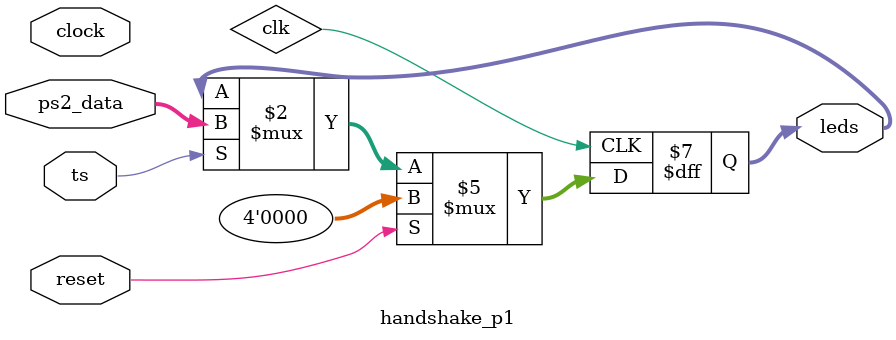
<source format=v>
module handshake_p1(input clock, reset,
					input [3:0] ps2_data, input ts,
					output reg [3:0] leds);

always @(posedge clk) begin
	if(reset)begin
		leds <= 4'b0;
		end
	else begin
		if(ts)begin
			leds <= ps2_data;
		end
	end
	
end

endmodule

</source>
